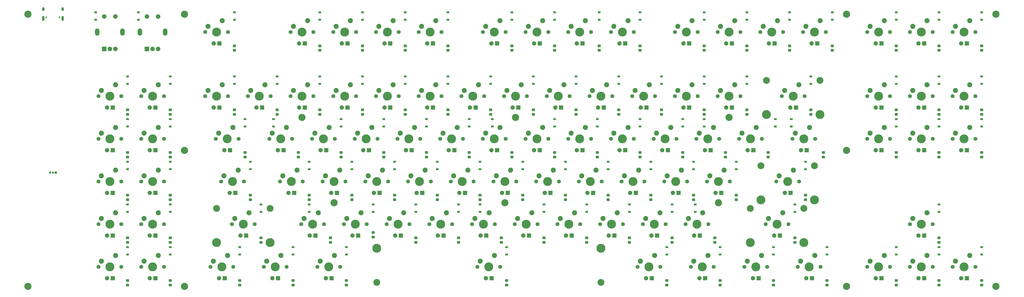
<source format=gbs>
G04 #@! TF.GenerationSoftware,KiCad,Pcbnew,6.0.7-f9a2dced07~116~ubuntu22.04.1*
G04 #@! TF.CreationDate,2022-09-05T17:56:12+01:00*
G04 #@! TF.ProjectId,keyboard,6b657962-6f61-4726-942e-6b696361645f,rev?*
G04 #@! TF.SameCoordinates,Original*
G04 #@! TF.FileFunction,Soldermask,Bot*
G04 #@! TF.FilePolarity,Negative*
%FSLAX46Y46*%
G04 Gerber Fmt 4.6, Leading zero omitted, Abs format (unit mm)*
G04 Created by KiCad (PCBNEW 6.0.7-f9a2dced07~116~ubuntu22.04.1) date 2022-09-05 17:56:12*
%MOMM*%
%LPD*%
G01*
G04 APERTURE LIST*
G04 Aperture macros list*
%AMRoundRect*
0 Rectangle with rounded corners*
0 $1 Rounding radius*
0 $2 $3 $4 $5 $6 $7 $8 $9 X,Y pos of 4 corners*
0 Add a 4 corners polygon primitive as box body*
4,1,4,$2,$3,$4,$5,$6,$7,$8,$9,$2,$3,0*
0 Add four circle primitives for the rounded corners*
1,1,$1+$1,$2,$3*
1,1,$1+$1,$4,$5*
1,1,$1+$1,$6,$7*
1,1,$1+$1,$8,$9*
0 Add four rect primitives between the rounded corners*
20,1,$1+$1,$2,$3,$4,$5,0*
20,1,$1+$1,$4,$5,$6,$7,0*
20,1,$1+$1,$6,$7,$8,$9,0*
20,1,$1+$1,$8,$9,$2,$3,0*%
G04 Aperture macros list end*
%ADD10C,1.750000*%
%ADD11C,3.987800*%
%ADD12C,2.250000*%
%ADD13C,1.905000*%
%ADD14R,1.905000X1.905000*%
%ADD15C,3.200000*%
%ADD16R,1.000000X1.000000*%
%ADD17O,1.000000X1.000000*%
%ADD18C,3.048000*%
%ADD19C,0.750000*%
%ADD20O,1.100000X2.200000*%
%ADD21O,1.100000X1.700000*%
%ADD22O,2.000000X3.200000*%
%ADD23R,2.000000X2.000000*%
%ADD24C,2.000000*%
%ADD25R,1.200000X0.900000*%
%ADD26RoundRect,0.250000X-0.450000X0.350000X-0.450000X-0.350000X0.450000X-0.350000X0.450000X0.350000X0*%
G04 APERTURE END LIST*
D10*
X391636250Y-174625000D03*
X381476250Y-174625000D03*
D11*
X386556250Y-174625000D03*
D12*
X382746250Y-172085000D03*
X389096250Y-169545000D03*
D13*
X385286250Y-179705000D03*
D14*
X387826250Y-179705000D03*
D10*
X229711250Y-212725000D03*
X219551250Y-212725000D03*
D11*
X224631250Y-212725000D03*
D12*
X220821250Y-210185000D03*
X227171250Y-207645000D03*
D13*
X223361250Y-217805000D03*
D14*
X225901250Y-217805000D03*
D15*
X110331250Y-179784375D03*
D10*
X433863750Y-155575000D03*
D11*
X438943750Y-155575000D03*
D10*
X444023750Y-155575000D03*
D12*
X435133750Y-153035000D03*
X441483750Y-150495000D03*
D13*
X437673750Y-160655000D03*
D14*
X440213750Y-160655000D03*
D10*
X267176250Y-193675000D03*
X277336250Y-193675000D03*
D11*
X272256250Y-193675000D03*
D12*
X268446250Y-191135000D03*
X274796250Y-188595000D03*
D13*
X270986250Y-198755000D03*
D14*
X273526250Y-198755000D03*
D11*
X253206250Y-193675000D03*
D10*
X258286250Y-193675000D03*
X248126250Y-193675000D03*
D12*
X249396250Y-191135000D03*
X255746250Y-188595000D03*
D13*
X251936250Y-198755000D03*
D14*
X254476250Y-198755000D03*
D11*
X324643750Y-174625000D03*
D10*
X329723750Y-174625000D03*
X319563750Y-174625000D03*
D12*
X320833750Y-172085000D03*
X327183750Y-169545000D03*
D13*
X323373750Y-179705000D03*
D14*
X325913750Y-179705000D03*
D10*
X296386250Y-193675000D03*
X286226250Y-193675000D03*
D11*
X291306250Y-193675000D03*
D12*
X287496250Y-191135000D03*
X293846250Y-188595000D03*
D13*
X290036250Y-198755000D03*
D14*
X292576250Y-198755000D03*
D10*
X71913750Y-155575000D03*
D11*
X76993750Y-155575000D03*
D10*
X82073750Y-155575000D03*
D12*
X73183750Y-153035000D03*
X79533750Y-150495000D03*
D13*
X75723750Y-160655000D03*
D14*
X78263750Y-160655000D03*
D10*
X220186250Y-193675000D03*
D11*
X215106250Y-193675000D03*
D10*
X210026250Y-193675000D03*
D12*
X211296250Y-191135000D03*
X217646250Y-188595000D03*
D13*
X213836250Y-198755000D03*
D14*
X216376250Y-198755000D03*
D16*
X52863750Y-189706250D03*
D17*
X51593750Y-189706250D03*
X50323750Y-189706250D03*
D11*
X457993750Y-174625000D03*
D10*
X452913750Y-174625000D03*
X463073750Y-174625000D03*
D12*
X454183750Y-172085000D03*
X460533750Y-169545000D03*
D13*
X456723750Y-179705000D03*
D14*
X459263750Y-179705000D03*
D10*
X433863750Y-127000000D03*
D11*
X438943750Y-127000000D03*
D10*
X444023750Y-127000000D03*
D12*
X435133750Y-124460000D03*
X441483750Y-121920000D03*
D13*
X437673750Y-132080000D03*
D14*
X440213750Y-132080000D03*
D11*
X317500000Y-231775000D03*
D10*
X312420000Y-231775000D03*
X322580000Y-231775000D03*
D12*
X313690000Y-229235000D03*
X320040000Y-226695000D03*
D13*
X316230000Y-236855000D03*
D14*
X318770000Y-236855000D03*
D18*
X393731750Y-148590000D03*
D11*
X393731750Y-163830000D03*
D10*
X376713750Y-155575000D03*
D11*
X369855750Y-163830000D03*
D18*
X369855750Y-148590000D03*
D11*
X381793750Y-155575000D03*
D10*
X386873750Y-155575000D03*
D12*
X377983750Y-153035000D03*
X384333750Y-150495000D03*
D13*
X380523750Y-160655000D03*
D14*
X383063750Y-160655000D03*
D10*
X158273750Y-174625000D03*
D11*
X153193750Y-174625000D03*
D10*
X148113750Y-174625000D03*
D12*
X149383750Y-172085000D03*
X155733750Y-169545000D03*
D13*
X151923750Y-179705000D03*
D14*
X154463750Y-179705000D03*
D15*
X405606250Y-119062500D03*
D11*
X219868750Y-155575000D03*
D10*
X214788750Y-155575000D03*
X224948750Y-155575000D03*
D12*
X216058750Y-153035000D03*
X222408750Y-150495000D03*
D13*
X218598750Y-160655000D03*
D14*
X221138750Y-160655000D03*
D19*
X48703750Y-120356250D03*
X54483750Y-120356250D03*
D20*
X47273750Y-120886250D03*
D21*
X55913750Y-116706250D03*
X47273750Y-116706250D03*
D20*
X55913750Y-120886250D03*
D10*
X205898750Y-127000000D03*
X195738750Y-127000000D03*
D11*
X200818750Y-127000000D03*
D12*
X197008750Y-124460000D03*
X203358750Y-121920000D03*
D13*
X199548750Y-132080000D03*
D14*
X202088750Y-132080000D03*
D10*
X186848750Y-127000000D03*
D11*
X181768750Y-127000000D03*
D10*
X176688750Y-127000000D03*
D12*
X177958750Y-124460000D03*
X184308750Y-121920000D03*
D13*
X180498750Y-132080000D03*
D14*
X183038750Y-132080000D03*
D11*
X157956250Y-193675000D03*
D10*
X152876250Y-193675000D03*
X163036250Y-193675000D03*
D12*
X154146250Y-191135000D03*
X160496250Y-188595000D03*
D13*
X156686250Y-198755000D03*
D14*
X159226250Y-198755000D03*
D11*
X129381250Y-174625000D03*
D10*
X134461250Y-174625000D03*
X124301250Y-174625000D03*
D12*
X125571250Y-172085000D03*
X131921250Y-169545000D03*
D13*
X128111250Y-179705000D03*
D14*
X130651250Y-179705000D03*
D15*
X257968750Y-165100000D03*
D10*
X414813750Y-231775000D03*
X424973750Y-231775000D03*
D11*
X419893750Y-231775000D03*
D12*
X416083750Y-229235000D03*
X422433750Y-226695000D03*
D13*
X418623750Y-236855000D03*
D14*
X421163750Y-236855000D03*
D11*
X124587000Y-220980000D03*
X148463000Y-220980000D03*
X136525000Y-212725000D03*
D10*
X131445000Y-212725000D03*
D18*
X148463000Y-205740000D03*
X124587000Y-205740000D03*
D10*
X141605000Y-212725000D03*
D12*
X132715000Y-210185000D03*
X139065000Y-207645000D03*
D13*
X135255000Y-217805000D03*
D14*
X137795000Y-217805000D03*
D15*
X162718750Y-165100000D03*
D10*
X157638750Y-127000000D03*
X167798750Y-127000000D03*
D11*
X162718750Y-127000000D03*
D12*
X158908750Y-124460000D03*
X165258750Y-121920000D03*
D13*
X161448750Y-132080000D03*
D14*
X163988750Y-132080000D03*
D15*
X405606250Y-179784375D03*
D10*
X201136250Y-193675000D03*
X190976250Y-193675000D03*
D11*
X196056250Y-193675000D03*
D12*
X192246250Y-191135000D03*
X198596250Y-188595000D03*
D13*
X194786250Y-198755000D03*
D14*
X197326250Y-198755000D03*
D10*
X300513750Y-127000000D03*
X310673750Y-127000000D03*
D11*
X305593750Y-127000000D03*
D12*
X301783750Y-124460000D03*
X308133750Y-121920000D03*
D13*
X304323750Y-132080000D03*
D14*
X306863750Y-132080000D03*
D11*
X76993750Y-193675000D03*
D10*
X71913750Y-193675000D03*
X82073750Y-193675000D03*
D12*
X73183750Y-191135000D03*
X79533750Y-188595000D03*
D13*
X75723750Y-198755000D03*
D14*
X78263750Y-198755000D03*
D10*
X205263750Y-174625000D03*
D11*
X210343750Y-174625000D03*
D10*
X215423750Y-174625000D03*
D12*
X206533750Y-172085000D03*
X212883750Y-169545000D03*
D13*
X209073750Y-179705000D03*
D14*
X211613750Y-179705000D03*
D11*
X296068750Y-155575000D03*
D10*
X290988750Y-155575000D03*
X301148750Y-155575000D03*
D12*
X292258750Y-153035000D03*
X298608750Y-150495000D03*
D13*
X294798750Y-160655000D03*
D14*
X297338750Y-160655000D03*
D10*
X334486250Y-193675000D03*
D11*
X329406250Y-193675000D03*
D10*
X324326250Y-193675000D03*
D12*
X325596250Y-191135000D03*
X331946250Y-188595000D03*
D13*
X328136250Y-198755000D03*
D14*
X330676250Y-198755000D03*
D11*
X172243750Y-174625000D03*
D10*
X167163750Y-174625000D03*
X177323750Y-174625000D03*
D12*
X168433750Y-172085000D03*
X174783750Y-169545000D03*
D13*
X170973750Y-179705000D03*
D14*
X173513750Y-179705000D03*
D10*
X129698750Y-127000000D03*
D11*
X124618750Y-127000000D03*
D10*
X119538750Y-127000000D03*
D12*
X120808750Y-124460000D03*
X127158750Y-121920000D03*
D13*
X123348750Y-132080000D03*
D14*
X125888750Y-132080000D03*
D11*
X419893750Y-127000000D03*
D10*
X424973750Y-127000000D03*
X414813750Y-127000000D03*
D12*
X416083750Y-124460000D03*
X422433750Y-121920000D03*
D13*
X418623750Y-132080000D03*
D14*
X421163750Y-132080000D03*
D10*
X291623750Y-174625000D03*
X281463750Y-174625000D03*
D11*
X286543750Y-174625000D03*
D12*
X282733750Y-172085000D03*
X289083750Y-169545000D03*
D13*
X285273750Y-179705000D03*
D14*
X287813750Y-179705000D03*
D11*
X362743750Y-174625000D03*
D10*
X357663750Y-174625000D03*
X367823750Y-174625000D03*
D12*
X358933750Y-172085000D03*
X365283750Y-169545000D03*
D13*
X361473750Y-179705000D03*
D14*
X364013750Y-179705000D03*
D10*
X129698750Y-155575000D03*
X119538750Y-155575000D03*
D11*
X124618750Y-155575000D03*
D12*
X120808750Y-153035000D03*
X127158750Y-150495000D03*
D13*
X123348750Y-160655000D03*
D14*
X125888750Y-160655000D03*
D10*
X383857500Y-231775000D03*
X394017500Y-231775000D03*
D11*
X388937500Y-231775000D03*
D12*
X385127500Y-229235000D03*
X391477500Y-226695000D03*
D13*
X387667500Y-236855000D03*
D14*
X390207500Y-236855000D03*
D10*
X282098750Y-155575000D03*
D11*
X277018750Y-155575000D03*
D10*
X271938750Y-155575000D03*
D12*
X273208750Y-153035000D03*
X279558750Y-150495000D03*
D13*
X275748750Y-160655000D03*
D14*
X278288750Y-160655000D03*
D10*
X333851250Y-212725000D03*
D11*
X338931250Y-212725000D03*
D10*
X344011250Y-212725000D03*
D12*
X335121250Y-210185000D03*
X341471250Y-207645000D03*
D13*
X337661250Y-217805000D03*
D14*
X340201250Y-217805000D03*
D10*
X162401250Y-212725000D03*
D11*
X167481250Y-212725000D03*
D10*
X172561250Y-212725000D03*
D12*
X163671250Y-210185000D03*
X170021250Y-207645000D03*
D13*
X166211250Y-217805000D03*
D14*
X168751250Y-217805000D03*
D10*
X71913750Y-174625000D03*
D11*
X76993750Y-174625000D03*
D10*
X82073750Y-174625000D03*
D12*
X73183750Y-172085000D03*
X79533750Y-169545000D03*
D13*
X75723750Y-179705000D03*
D14*
X78263750Y-179705000D03*
D10*
X148748750Y-155575000D03*
D11*
X143668750Y-155575000D03*
D10*
X138588750Y-155575000D03*
D12*
X139858750Y-153035000D03*
X146208750Y-150495000D03*
D13*
X142398750Y-160655000D03*
D14*
X144938750Y-160655000D03*
D11*
X234156250Y-193675000D03*
D10*
X229076250Y-193675000D03*
X239236250Y-193675000D03*
D12*
X230346250Y-191135000D03*
X236696250Y-188595000D03*
D13*
X232886250Y-198755000D03*
D14*
X235426250Y-198755000D03*
D10*
X82073750Y-231775000D03*
D11*
X76993750Y-231775000D03*
D10*
X71913750Y-231775000D03*
D12*
X73183750Y-229235000D03*
X79533750Y-226695000D03*
D13*
X75723750Y-236855000D03*
D14*
X78263750Y-236855000D03*
D10*
X444023750Y-231775000D03*
D11*
X438943750Y-231775000D03*
D10*
X433863750Y-231775000D03*
D12*
X435133750Y-229235000D03*
X441483750Y-226695000D03*
D13*
X437673750Y-236855000D03*
D14*
X440213750Y-236855000D03*
D15*
X110331250Y-119062500D03*
D10*
X384492500Y-193675000D03*
D18*
X367474500Y-186690000D03*
D10*
X374332500Y-193675000D03*
D18*
X391350500Y-186690000D03*
D11*
X379412500Y-193675000D03*
X367474500Y-201930000D03*
X391350500Y-201930000D03*
D12*
X375602500Y-191135000D03*
X381952500Y-188595000D03*
D13*
X378142500Y-198755000D03*
D14*
X380682500Y-198755000D03*
D22*
X82593750Y-127000000D03*
X71393750Y-127000000D03*
D23*
X74493750Y-134500000D03*
D24*
X79493750Y-134500000D03*
X76993750Y-134500000D03*
X79493750Y-120000000D03*
X74493750Y-120000000D03*
D11*
X262731250Y-212725000D03*
D10*
X257651250Y-212725000D03*
X267811250Y-212725000D03*
D12*
X258921250Y-210185000D03*
X265271250Y-207645000D03*
D13*
X261461250Y-217805000D03*
D14*
X264001250Y-217805000D03*
D10*
X463073750Y-231775000D03*
X452913750Y-231775000D03*
D11*
X457993750Y-231775000D03*
D12*
X454183750Y-229235000D03*
X460533750Y-226695000D03*
D13*
X456723750Y-236855000D03*
D14*
X459263750Y-236855000D03*
D10*
X414813750Y-174625000D03*
X424973750Y-174625000D03*
D11*
X419893750Y-174625000D03*
D12*
X416083750Y-172085000D03*
X422433750Y-169545000D03*
D13*
X418623750Y-179705000D03*
D14*
X421163750Y-179705000D03*
D10*
X444023750Y-174625000D03*
D11*
X438943750Y-174625000D03*
D10*
X433863750Y-174625000D03*
D12*
X435133750Y-172085000D03*
X441483750Y-169545000D03*
D13*
X437673750Y-179705000D03*
D14*
X440213750Y-179705000D03*
D10*
X367188750Y-127000000D03*
D11*
X372268750Y-127000000D03*
D10*
X377348750Y-127000000D03*
D12*
X368458750Y-124460000D03*
X374808750Y-121920000D03*
D13*
X370998750Y-132080000D03*
D14*
X373538750Y-132080000D03*
D11*
X96043750Y-193675000D03*
D10*
X90963750Y-193675000D03*
X101123750Y-193675000D03*
D12*
X92233750Y-191135000D03*
X98583750Y-188595000D03*
D13*
X94773750Y-198755000D03*
D14*
X97313750Y-198755000D03*
D11*
X150812500Y-231775000D03*
D10*
X145732500Y-231775000D03*
X155892500Y-231775000D03*
D12*
X147002500Y-229235000D03*
X153352500Y-226695000D03*
D13*
X149542500Y-236855000D03*
D14*
X152082500Y-236855000D03*
D10*
X262413750Y-174625000D03*
X272573750Y-174625000D03*
D11*
X267493750Y-174625000D03*
D12*
X263683750Y-172085000D03*
X270033750Y-169545000D03*
D13*
X266223750Y-179705000D03*
D14*
X268763750Y-179705000D03*
D10*
X101123750Y-231775000D03*
X90963750Y-231775000D03*
D11*
X96043750Y-231775000D03*
D12*
X92233750Y-229235000D03*
X98583750Y-226695000D03*
D13*
X94773750Y-236855000D03*
D14*
X97313750Y-236855000D03*
D10*
X320198750Y-155575000D03*
X310038750Y-155575000D03*
D11*
X315118750Y-155575000D03*
D12*
X311308750Y-153035000D03*
X317658750Y-150495000D03*
D13*
X313848750Y-160655000D03*
D14*
X316388750Y-160655000D03*
D10*
X176688750Y-155575000D03*
D11*
X181768750Y-155575000D03*
D10*
X186848750Y-155575000D03*
D12*
X177958750Y-153035000D03*
X184308750Y-150495000D03*
D13*
X180498750Y-160655000D03*
D14*
X183038750Y-160655000D03*
D11*
X219868750Y-127000000D03*
D10*
X214788750Y-127000000D03*
X224948750Y-127000000D03*
D12*
X216058750Y-124460000D03*
X222408750Y-121920000D03*
D13*
X218598750Y-132080000D03*
D14*
X221138750Y-132080000D03*
D11*
X127000000Y-231775000D03*
D10*
X132080000Y-231775000D03*
X121920000Y-231775000D03*
D12*
X123190000Y-229235000D03*
X129540000Y-226695000D03*
D13*
X125730000Y-236855000D03*
D14*
X128270000Y-236855000D03*
D15*
X110331250Y-240506250D03*
X472281250Y-240506250D03*
D10*
X414813750Y-155575000D03*
X424973750Y-155575000D03*
D11*
X419893750Y-155575000D03*
D12*
X416083750Y-153035000D03*
X422433750Y-150495000D03*
D13*
X418623750Y-160655000D03*
D14*
X421163750Y-160655000D03*
D10*
X179705000Y-231775000D03*
D11*
X174625000Y-231775000D03*
D10*
X169545000Y-231775000D03*
D12*
X170815000Y-229235000D03*
X177165000Y-226695000D03*
D13*
X173355000Y-236855000D03*
D14*
X175895000Y-236855000D03*
D15*
X253206250Y-203200000D03*
D10*
X263048750Y-155575000D03*
D11*
X257968750Y-155575000D03*
D10*
X252888750Y-155575000D03*
D12*
X254158750Y-153035000D03*
X260508750Y-150495000D03*
D13*
X256698750Y-160655000D03*
D14*
X259238750Y-160655000D03*
D11*
X457993750Y-127000000D03*
D10*
X452913750Y-127000000D03*
X463073750Y-127000000D03*
D12*
X454183750Y-124460000D03*
X460533750Y-121920000D03*
D13*
X456723750Y-132080000D03*
D14*
X459263750Y-132080000D03*
D10*
X286861250Y-212725000D03*
X276701250Y-212725000D03*
D11*
X281781250Y-212725000D03*
D12*
X277971250Y-210185000D03*
X284321250Y-207645000D03*
D13*
X280511250Y-217805000D03*
D14*
X283051250Y-217805000D03*
D10*
X90963750Y-212725000D03*
D11*
X96043750Y-212725000D03*
D10*
X101123750Y-212725000D03*
D12*
X92233750Y-210185000D03*
X98583750Y-207645000D03*
D13*
X94773750Y-217805000D03*
D14*
X97313750Y-217805000D03*
D15*
X177006250Y-203200000D03*
X472281250Y-119062500D03*
D10*
X200501250Y-212725000D03*
X210661250Y-212725000D03*
D11*
X205581250Y-212725000D03*
D12*
X201771250Y-210185000D03*
X208121250Y-207645000D03*
D13*
X204311250Y-217805000D03*
D14*
X206851250Y-217805000D03*
D10*
X370205000Y-231775000D03*
X360045000Y-231775000D03*
D11*
X365125000Y-231775000D03*
D12*
X361315000Y-229235000D03*
X367665000Y-226695000D03*
D13*
X363855000Y-236855000D03*
D14*
X366395000Y-236855000D03*
D11*
X286543750Y-127000000D03*
D10*
X281463750Y-127000000D03*
X291623750Y-127000000D03*
D12*
X282733750Y-124460000D03*
X289083750Y-121920000D03*
D13*
X285273750Y-132080000D03*
D14*
X287813750Y-132080000D03*
D10*
X181451250Y-212725000D03*
X191611250Y-212725000D03*
D11*
X186531250Y-212725000D03*
D12*
X182721250Y-210185000D03*
X189071250Y-207645000D03*
D13*
X185261250Y-217805000D03*
D14*
X187801250Y-217805000D03*
D11*
X353218750Y-155575000D03*
D10*
X348138750Y-155575000D03*
X358298750Y-155575000D03*
D12*
X349408750Y-153035000D03*
X355758750Y-150495000D03*
D13*
X351948750Y-160655000D03*
D14*
X354488750Y-160655000D03*
D10*
X329088750Y-127000000D03*
D11*
X334168750Y-127000000D03*
D10*
X339248750Y-127000000D03*
D12*
X330358750Y-124460000D03*
X336708750Y-121920000D03*
D13*
X332898750Y-132080000D03*
D14*
X335438750Y-132080000D03*
D10*
X348138750Y-127000000D03*
X358298750Y-127000000D03*
D11*
X353218750Y-127000000D03*
D12*
X349408750Y-124460000D03*
X355758750Y-121920000D03*
D13*
X351948750Y-132080000D03*
D14*
X354488750Y-132080000D03*
D10*
X234473750Y-174625000D03*
D11*
X229393750Y-174625000D03*
D10*
X224313750Y-174625000D03*
D12*
X225583750Y-172085000D03*
X231933750Y-169545000D03*
D13*
X228123750Y-179705000D03*
D14*
X230663750Y-179705000D03*
D10*
X182086250Y-193675000D03*
X171926250Y-193675000D03*
D11*
X177006250Y-193675000D03*
D12*
X173196250Y-191135000D03*
X179546250Y-188595000D03*
D13*
X175736250Y-198755000D03*
D14*
X178276250Y-198755000D03*
D10*
X324961250Y-212725000D03*
D11*
X319881250Y-212725000D03*
D10*
X314801250Y-212725000D03*
D12*
X316071250Y-210185000D03*
X322421250Y-207645000D03*
D13*
X318611250Y-217805000D03*
D14*
X321151250Y-217805000D03*
D11*
X238918750Y-155575000D03*
D10*
X243998750Y-155575000D03*
X233838750Y-155575000D03*
D12*
X235108750Y-153035000D03*
X241458750Y-150495000D03*
D13*
X237648750Y-160655000D03*
D14*
X240188750Y-160655000D03*
D10*
X253523750Y-127000000D03*
X243363750Y-127000000D03*
D11*
X248443750Y-127000000D03*
D12*
X244633750Y-124460000D03*
X250983750Y-121920000D03*
D13*
X247173750Y-132080000D03*
D14*
X249713750Y-132080000D03*
D11*
X343693750Y-174625000D03*
D10*
X348773750Y-174625000D03*
X338613750Y-174625000D03*
D12*
X339883750Y-172085000D03*
X346233750Y-169545000D03*
D13*
X342423750Y-179705000D03*
D14*
X344963750Y-179705000D03*
D15*
X40481250Y-240506250D03*
D10*
X463073750Y-155575000D03*
X452913750Y-155575000D03*
D11*
X457993750Y-155575000D03*
D12*
X454183750Y-153035000D03*
X460533750Y-150495000D03*
D13*
X456723750Y-160655000D03*
D14*
X459263750Y-160655000D03*
D11*
X196062600Y-223520000D03*
D18*
X196062600Y-238760000D03*
D10*
X240982500Y-231775000D03*
X251142500Y-231775000D03*
D11*
X246062500Y-231775000D03*
D18*
X296062400Y-238760000D03*
D11*
X296062400Y-223520000D03*
D12*
X242252500Y-229235000D03*
X248602500Y-226695000D03*
D13*
X244792500Y-236855000D03*
D14*
X247332500Y-236855000D03*
D15*
X348456250Y-203200000D03*
D10*
X444023750Y-212725000D03*
X433863750Y-212725000D03*
D11*
X438943750Y-212725000D03*
D12*
X435133750Y-210185000D03*
X441483750Y-207645000D03*
D13*
X437673750Y-217805000D03*
D14*
X440213750Y-217805000D03*
D22*
X101643750Y-127000000D03*
X90443750Y-127000000D03*
D23*
X93543750Y-134500000D03*
D24*
X98543750Y-134500000D03*
X96043750Y-134500000D03*
X98543750Y-120000000D03*
X93543750Y-120000000D03*
D10*
X336232500Y-231775000D03*
X346392500Y-231775000D03*
D11*
X341312500Y-231775000D03*
D12*
X337502500Y-229235000D03*
X343852500Y-226695000D03*
D13*
X340042500Y-236855000D03*
D14*
X342582500Y-236855000D03*
D15*
X40481250Y-119062500D03*
D11*
X96043750Y-155575000D03*
D10*
X101123750Y-155575000D03*
X90963750Y-155575000D03*
D12*
X92233750Y-153035000D03*
X98583750Y-150495000D03*
D13*
X94773750Y-160655000D03*
D14*
X97313750Y-160655000D03*
D15*
X405606250Y-240506250D03*
D10*
X353536250Y-193675000D03*
D11*
X348456250Y-193675000D03*
D10*
X343376250Y-193675000D03*
D12*
X344646250Y-191135000D03*
X350996250Y-188595000D03*
D13*
X347186250Y-198755000D03*
D14*
X349726250Y-198755000D03*
D11*
X391318750Y-127000000D03*
D10*
X396398750Y-127000000D03*
X386238750Y-127000000D03*
D12*
X387508750Y-124460000D03*
X393858750Y-121920000D03*
D13*
X390048750Y-132080000D03*
D14*
X392588750Y-132080000D03*
D10*
X272573750Y-127000000D03*
X262413750Y-127000000D03*
D11*
X267493750Y-127000000D03*
D12*
X263683750Y-124460000D03*
X270033750Y-121920000D03*
D13*
X266223750Y-132080000D03*
D14*
X268763750Y-132080000D03*
D11*
X300831250Y-212725000D03*
D10*
X295751250Y-212725000D03*
X305911250Y-212725000D03*
D12*
X297021250Y-210185000D03*
X303371250Y-207645000D03*
D13*
X299561250Y-217805000D03*
D14*
X302101250Y-217805000D03*
D10*
X305276250Y-193675000D03*
X315436250Y-193675000D03*
D11*
X310356250Y-193675000D03*
D12*
X306546250Y-191135000D03*
X312896250Y-188595000D03*
D13*
X309086250Y-198755000D03*
D14*
X311626250Y-198755000D03*
D10*
X90963750Y-174625000D03*
X101123750Y-174625000D03*
D11*
X96043750Y-174625000D03*
D12*
X92233750Y-172085000D03*
X98583750Y-169545000D03*
D13*
X94773750Y-179705000D03*
D14*
X97313750Y-179705000D03*
D10*
X157638750Y-155575000D03*
D11*
X162718750Y-155575000D03*
D10*
X167798750Y-155575000D03*
D12*
X158908750Y-153035000D03*
X165258750Y-150495000D03*
D13*
X161448750Y-160655000D03*
D14*
X163988750Y-160655000D03*
D11*
X248443750Y-174625000D03*
D10*
X243363750Y-174625000D03*
X253523750Y-174625000D03*
D12*
X244633750Y-172085000D03*
X250983750Y-169545000D03*
D13*
X247173750Y-179705000D03*
D14*
X249713750Y-179705000D03*
D10*
X329088750Y-155575000D03*
D11*
X334168750Y-155575000D03*
D10*
X339248750Y-155575000D03*
D12*
X330358750Y-153035000D03*
X336708750Y-150495000D03*
D13*
X332898750Y-160655000D03*
D14*
X335438750Y-160655000D03*
D11*
X191293750Y-174625000D03*
D10*
X186213750Y-174625000D03*
X196373750Y-174625000D03*
D12*
X187483750Y-172085000D03*
X193833750Y-169545000D03*
D13*
X190023750Y-179705000D03*
D14*
X192563750Y-179705000D03*
D10*
X205898750Y-155575000D03*
X195738750Y-155575000D03*
D11*
X200818750Y-155575000D03*
D12*
X197008750Y-153035000D03*
X203358750Y-150495000D03*
D13*
X199548750Y-160655000D03*
D14*
X202088750Y-160655000D03*
D10*
X82073750Y-212725000D03*
X71913750Y-212725000D03*
D11*
X76993750Y-212725000D03*
D12*
X73183750Y-210185000D03*
X79533750Y-207645000D03*
D13*
X75723750Y-217805000D03*
D14*
X78263750Y-217805000D03*
D10*
X300513750Y-174625000D03*
X310673750Y-174625000D03*
D11*
X305593750Y-174625000D03*
D12*
X301783750Y-172085000D03*
X308133750Y-169545000D03*
D13*
X304323750Y-179705000D03*
D14*
X306863750Y-179705000D03*
D11*
X374650000Y-212725000D03*
X386588000Y-220980000D03*
D10*
X379730000Y-212725000D03*
X369570000Y-212725000D03*
D11*
X362712000Y-220980000D03*
D18*
X362712000Y-205740000D03*
X386588000Y-205740000D03*
D12*
X370840000Y-210185000D03*
X377190000Y-207645000D03*
D13*
X373380000Y-217805000D03*
D14*
X375920000Y-217805000D03*
D11*
X131762500Y-193675000D03*
D10*
X126682500Y-193675000D03*
X136842500Y-193675000D03*
D12*
X127952500Y-191135000D03*
X134302500Y-188595000D03*
D13*
X130492500Y-198755000D03*
D14*
X133032500Y-198755000D03*
D15*
X353218750Y-165100000D03*
D10*
X238601250Y-212725000D03*
X248761250Y-212725000D03*
D11*
X243681250Y-212725000D03*
D12*
X239871250Y-210185000D03*
X246221250Y-207645000D03*
D13*
X242411250Y-217805000D03*
D14*
X244951250Y-217805000D03*
D25*
X313531250Y-118206250D03*
X313531250Y-121506250D03*
D26*
X199231250Y-180768750D03*
X199231250Y-182768750D03*
D25*
X465931250Y-146781250D03*
X465931250Y-150081250D03*
D26*
X175418750Y-218868750D03*
X175418750Y-220868750D03*
D25*
X189706250Y-146781250D03*
X189706250Y-150081250D03*
D26*
X275431250Y-133143750D03*
X275431250Y-135143750D03*
X446881250Y-180768750D03*
X446881250Y-182768750D03*
D25*
X261143750Y-184881250D03*
X261143750Y-188181250D03*
D26*
X313531250Y-180768750D03*
X313531250Y-182768750D03*
D25*
X275431250Y-165831250D03*
X275431250Y-169131250D03*
X389731250Y-146781250D03*
X389731250Y-150081250D03*
D26*
X313531250Y-133143750D03*
X313531250Y-135143750D03*
X218281250Y-180768750D03*
X218281250Y-182768750D03*
X254000000Y-237918750D03*
X254000000Y-239918750D03*
D25*
X446881250Y-222981250D03*
X446881250Y-226281250D03*
D26*
X132556250Y-133143750D03*
X132556250Y-135143750D03*
X382587500Y-218868750D03*
X382587500Y-220868750D03*
X465931250Y-161718750D03*
X465931250Y-163718750D03*
X161131250Y-180768750D03*
X161131250Y-182768750D03*
X144462500Y-218868750D03*
X144462500Y-220868750D03*
D25*
X446881250Y-165831250D03*
X446881250Y-169131250D03*
X280193750Y-184881250D03*
X280193750Y-188181250D03*
D26*
X256381250Y-180768750D03*
X256381250Y-182768750D03*
D25*
X165893750Y-203931250D03*
X165893750Y-207231250D03*
X103981250Y-165831250D03*
X103981250Y-169131250D03*
X265906250Y-146781250D03*
X265906250Y-150081250D03*
D26*
X446881250Y-237918750D03*
X446881250Y-239918750D03*
D25*
X151606250Y-146781250D03*
X151606250Y-150081250D03*
D26*
X208756250Y-161718750D03*
X208756250Y-163718750D03*
X170656250Y-161718750D03*
X170656250Y-163718750D03*
D25*
X380206250Y-118206250D03*
X380206250Y-121506250D03*
D26*
X389731250Y-161718750D03*
X389731250Y-163718750D03*
D25*
X342106250Y-165831250D03*
X342106250Y-169131250D03*
X308768750Y-203931250D03*
X308768750Y-207231250D03*
X213518750Y-203931250D03*
X213518750Y-207231250D03*
D26*
X242093750Y-199818750D03*
X242093750Y-201818750D03*
D25*
X84931250Y-203931250D03*
X84931250Y-207231250D03*
X338137500Y-203931250D03*
X338137500Y-207231250D03*
D26*
X84931250Y-180768750D03*
X84931250Y-182768750D03*
D25*
X184943750Y-184881250D03*
X184943750Y-188181250D03*
D26*
X387350000Y-199818750D03*
X387350000Y-201818750D03*
X373062500Y-237918750D03*
X373062500Y-239918750D03*
D25*
X361156250Y-146781250D03*
X361156250Y-150081250D03*
D26*
X203993750Y-199818750D03*
X203993750Y-201818750D03*
D25*
X275431250Y-118206250D03*
X275431250Y-121506250D03*
X318293750Y-184881250D03*
X318293750Y-188181250D03*
X446881250Y-146781250D03*
X446881250Y-150081250D03*
D26*
X246856250Y-161718750D03*
X246856250Y-163718750D03*
D25*
X103981250Y-146781250D03*
X103981250Y-150081250D03*
X242093750Y-203931250D03*
X242093750Y-207231250D03*
D26*
X427831250Y-161718750D03*
X427831250Y-163718750D03*
X132556250Y-161718750D03*
X132556250Y-163718750D03*
D25*
X84931250Y-165831250D03*
X84931250Y-169131250D03*
D26*
X180181250Y-180768750D03*
X180181250Y-182768750D03*
D25*
X208756250Y-146781250D03*
X208756250Y-150081250D03*
X323056250Y-146781250D03*
X323056250Y-150081250D03*
X89693750Y-118206250D03*
X89693750Y-121506250D03*
D26*
X342106250Y-133143750D03*
X342106250Y-135143750D03*
X446881250Y-218868750D03*
X446881250Y-220868750D03*
D25*
X237331250Y-165831250D03*
X237331250Y-169131250D03*
X170656250Y-118206250D03*
X170656250Y-121506250D03*
D26*
X361156250Y-161718750D03*
X361156250Y-163718750D03*
X139700000Y-199818750D03*
X139700000Y-201818750D03*
D25*
X342106250Y-118206250D03*
X342106250Y-121506250D03*
D26*
X251618750Y-218868750D03*
X251618750Y-220868750D03*
D25*
X337343750Y-184881250D03*
X337343750Y-188181250D03*
X182562500Y-222981250D03*
X182562500Y-226281250D03*
X295275000Y-118206250D03*
X295275000Y-121506250D03*
X332581250Y-165831250D03*
X332581250Y-169131250D03*
D26*
X158750000Y-237918750D03*
X158750000Y-239918750D03*
D25*
X189706250Y-118206250D03*
X189706250Y-121506250D03*
D26*
X295275000Y-133143750D03*
X295275000Y-135143750D03*
D25*
X218281250Y-165831250D03*
X218281250Y-169131250D03*
D26*
X337343750Y-199818750D03*
X337343750Y-201818750D03*
X318293750Y-199818750D03*
X318293750Y-201818750D03*
D25*
X465931250Y-118206250D03*
X465931250Y-121506250D03*
D26*
X299243750Y-199818750D03*
X299243750Y-201818750D03*
D25*
X137318750Y-165831250D03*
X137318750Y-169131250D03*
X139700000Y-184881250D03*
X139700000Y-188181250D03*
X254000000Y-222981250D03*
X254000000Y-226281250D03*
X84931250Y-222981250D03*
X84931250Y-226281250D03*
D26*
X327818750Y-218868750D03*
X327818750Y-220868750D03*
X280193750Y-199818750D03*
X280193750Y-201818750D03*
X227806250Y-133143750D03*
X227806250Y-135143750D03*
D25*
X70643750Y-118206250D03*
X70643750Y-121506250D03*
X387350000Y-184881250D03*
X387350000Y-188181250D03*
D26*
X227806250Y-161718750D03*
X227806250Y-163718750D03*
D25*
X246856250Y-146781250D03*
X246856250Y-150081250D03*
X382587500Y-203931250D03*
X382587500Y-207231250D03*
D26*
X103981250Y-180768750D03*
X103981250Y-182768750D03*
D25*
X427831250Y-222981250D03*
X427831250Y-226281250D03*
D26*
X399256250Y-133143750D03*
X399256250Y-135143750D03*
X465931250Y-180768750D03*
X465931250Y-182768750D03*
D25*
X361156250Y-118206250D03*
X361156250Y-121506250D03*
X270668750Y-203931250D03*
X270668750Y-207231250D03*
X356393750Y-184881250D03*
X356393750Y-188181250D03*
D26*
X189706250Y-161718750D03*
X189706250Y-163718750D03*
D25*
X144462500Y-203931250D03*
X144462500Y-207231250D03*
X446881250Y-203931250D03*
X446881250Y-207231250D03*
X227806250Y-118206250D03*
X227806250Y-121506250D03*
X446881250Y-118206250D03*
X446881250Y-121506250D03*
D26*
X84931250Y-218868750D03*
X84931250Y-220868750D03*
X284956250Y-161718750D03*
X284956250Y-163718750D03*
X182562500Y-237918750D03*
X182562500Y-239918750D03*
X237331250Y-180768750D03*
X237331250Y-182768750D03*
X165893750Y-199818750D03*
X165893750Y-201818750D03*
D25*
X304006250Y-146781250D03*
X304006250Y-150081250D03*
D26*
X137318750Y-180768750D03*
X137318750Y-182768750D03*
D25*
X103981250Y-222981250D03*
X103981250Y-226281250D03*
D26*
X325437500Y-237918750D03*
X325437500Y-239918750D03*
D25*
X170656250Y-146781250D03*
X170656250Y-150081250D03*
X396875000Y-222981250D03*
X396875000Y-226281250D03*
D26*
X134937500Y-237918750D03*
X134937500Y-239918750D03*
D25*
X289718750Y-203931250D03*
X289718750Y-207231250D03*
D26*
X84931250Y-161718750D03*
X84931250Y-163718750D03*
X427831250Y-133143750D03*
X427831250Y-135143750D03*
X308768750Y-218868750D03*
X308768750Y-220868750D03*
X396875000Y-237918750D03*
X396875000Y-239918750D03*
D25*
X373062500Y-222981250D03*
X373062500Y-226281250D03*
X199231250Y-165831250D03*
X199231250Y-169131250D03*
X134937500Y-222981250D03*
X134937500Y-226281250D03*
D26*
X346868750Y-218868750D03*
X346868750Y-220868750D03*
D25*
X284956250Y-146781250D03*
X284956250Y-150081250D03*
D26*
X184943750Y-199818750D03*
X184943750Y-201818750D03*
D25*
X247650000Y-165831250D03*
X247650000Y-169131250D03*
D26*
X446881250Y-161718750D03*
X446881250Y-163718750D03*
D25*
X84931250Y-184881250D03*
X84931250Y-188181250D03*
X132556250Y-118206250D03*
X132556250Y-121506250D03*
D26*
X304006250Y-161718750D03*
X304006250Y-163718750D03*
D25*
X399256250Y-118206250D03*
X399256250Y-121506250D03*
D26*
X84931250Y-237918750D03*
X84931250Y-239918750D03*
D25*
X381000000Y-165831250D03*
X381000000Y-169131250D03*
X327818750Y-203931250D03*
X327818750Y-207231250D03*
D26*
X194468750Y-216487500D03*
X194468750Y-218487500D03*
D25*
X427831250Y-118206250D03*
X427831250Y-121506250D03*
D26*
X380206250Y-133143750D03*
X380206250Y-135143750D03*
X261143750Y-199818750D03*
X261143750Y-201818750D03*
D25*
X242093750Y-184881250D03*
X242093750Y-188181250D03*
D26*
X323056250Y-161718750D03*
X323056250Y-163718750D03*
X103981250Y-218868750D03*
X103981250Y-220868750D03*
X349250000Y-237918750D03*
X349250000Y-239918750D03*
D25*
X180181250Y-165831250D03*
X180181250Y-169131250D03*
D26*
X370681250Y-180768750D03*
X370681250Y-182768750D03*
X294481250Y-180768750D03*
X294481250Y-182768750D03*
X103981250Y-237918750D03*
X103981250Y-239918750D03*
D25*
X349250000Y-222981250D03*
X349250000Y-226281250D03*
X158750000Y-222981250D03*
X158750000Y-226281250D03*
D26*
X289718750Y-218868750D03*
X289718750Y-220868750D03*
D25*
X132556250Y-146781250D03*
X132556250Y-150081250D03*
D26*
X465931250Y-133143750D03*
X465931250Y-135143750D03*
X446881250Y-133143750D03*
X446881250Y-135143750D03*
X103981250Y-161718750D03*
X103981250Y-163718750D03*
X332581250Y-180768750D03*
X332581250Y-182768750D03*
X275431250Y-180768750D03*
X275431250Y-182768750D03*
X232568750Y-218868750D03*
X232568750Y-220868750D03*
X151606250Y-161718750D03*
X151606250Y-163718750D03*
X356393750Y-199818750D03*
X356393750Y-201818750D03*
X208756250Y-133143750D03*
X208756250Y-135143750D03*
D25*
X84931250Y-146781250D03*
X84931250Y-150081250D03*
X465931250Y-222981250D03*
X465931250Y-226281250D03*
D26*
X170656250Y-133143750D03*
X170656250Y-135143750D03*
D25*
X256381250Y-118206250D03*
X256381250Y-121506250D03*
X313531250Y-165831250D03*
X313531250Y-169131250D03*
X194468750Y-203931250D03*
X194468750Y-207231250D03*
X203993750Y-184881250D03*
X203993750Y-188181250D03*
D26*
X427831250Y-237918750D03*
X427831250Y-239918750D03*
X103981250Y-199818750D03*
X103981250Y-201818750D03*
X223043750Y-199818750D03*
X223043750Y-201818750D03*
D25*
X223043750Y-184881250D03*
X223043750Y-188181250D03*
D26*
X270668750Y-218868750D03*
X270668750Y-220868750D03*
D25*
X427831250Y-165831250D03*
X427831250Y-169131250D03*
X103981250Y-184881250D03*
X103981250Y-188181250D03*
D26*
X213518750Y-218868750D03*
X213518750Y-220868750D03*
X351631250Y-180768750D03*
X351631250Y-182768750D03*
D25*
X150018750Y-165831250D03*
X150018750Y-169131250D03*
D26*
X465931250Y-237918750D03*
X465931250Y-239918750D03*
D25*
X165893750Y-184881250D03*
X165893750Y-188181250D03*
X373856250Y-165831250D03*
X373856250Y-169131250D03*
D26*
X427831250Y-180768750D03*
X427831250Y-182768750D03*
D25*
X325437500Y-222981250D03*
X325437500Y-226281250D03*
D26*
X265906250Y-161718750D03*
X265906250Y-163718750D03*
D25*
X294481250Y-165831250D03*
X294481250Y-169131250D03*
D26*
X361156250Y-133143750D03*
X361156250Y-135143750D03*
D25*
X232568750Y-203931250D03*
X232568750Y-207231250D03*
D26*
X189706250Y-133143750D03*
X189706250Y-135143750D03*
D25*
X465931250Y-165831250D03*
X465931250Y-169131250D03*
X342106250Y-146781250D03*
X342106250Y-150081250D03*
X103981250Y-203931250D03*
X103981250Y-207231250D03*
X427831250Y-146781250D03*
X427831250Y-150081250D03*
X227806250Y-146781250D03*
X227806250Y-150081250D03*
D26*
X84931250Y-199818750D03*
X84931250Y-201818750D03*
D25*
X208756250Y-118206250D03*
X208756250Y-121506250D03*
X299243750Y-184881250D03*
X299243750Y-188181250D03*
D26*
X395287500Y-180768750D03*
X395287500Y-182768750D03*
X256381250Y-133143750D03*
X256381250Y-135143750D03*
X342106250Y-161718750D03*
X342106250Y-163718750D03*
M02*

</source>
